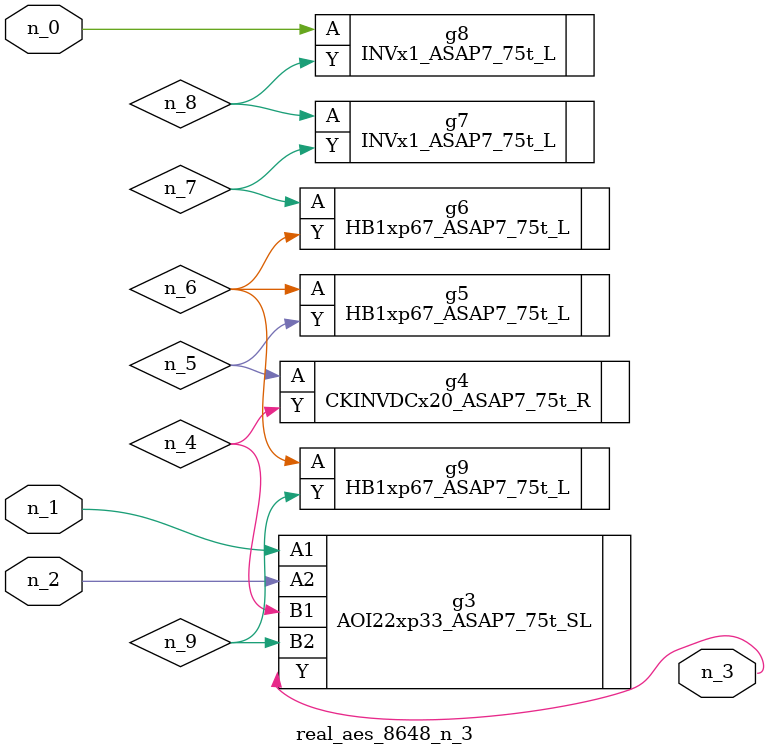
<source format=v>
module real_aes_8648_n_3 (n_0, n_2, n_1, n_3);
input n_0;
input n_2;
input n_1;
output n_3;
wire n_4;
wire n_5;
wire n_7;
wire n_9;
wire n_6;
wire n_8;
INVx1_ASAP7_75t_L g8 ( .A(n_0), .Y(n_8) );
AOI22xp33_ASAP7_75t_SL g3 ( .A1(n_1), .A2(n_2), .B1(n_4), .B2(n_9), .Y(n_3) );
CKINVDCx20_ASAP7_75t_R g4 ( .A(n_5), .Y(n_4) );
HB1xp67_ASAP7_75t_L g5 ( .A(n_6), .Y(n_5) );
HB1xp67_ASAP7_75t_L g9 ( .A(n_6), .Y(n_9) );
HB1xp67_ASAP7_75t_L g6 ( .A(n_7), .Y(n_6) );
INVx1_ASAP7_75t_L g7 ( .A(n_8), .Y(n_7) );
endmodule
</source>
